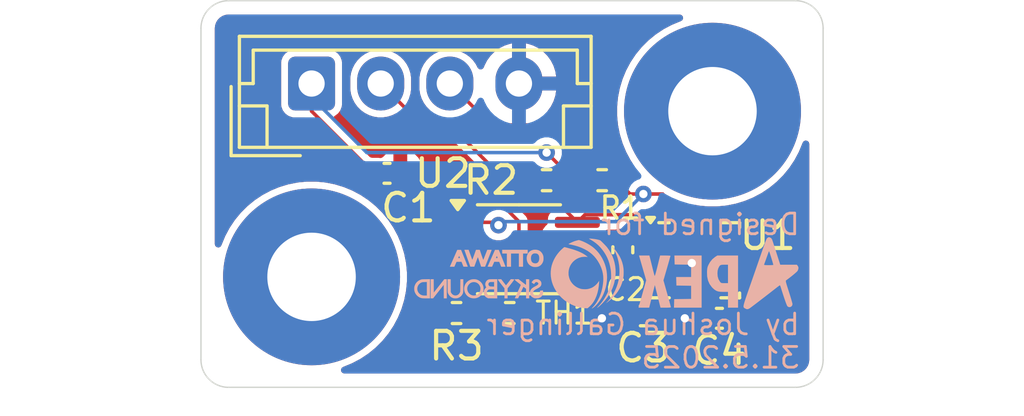
<source format=kicad_pcb>
(kicad_pcb (version 20241229) (generator "pcbnew") (generator_version "9.0")
  (layers (0 "F.Cu" signal) (2 "B.Cu" signal) (13 "F.Paste" user) (15 "B.Paste" user) (5 "F.SilkS" user "F.Silkscreen") (7 "B.SilkS" user "B.Silkscreen") (1 "F.Mask" user) (3 "B.Mask" user) (25 "Edge.Cuts" user))
  (net 0 "")
  (net 1 "+3.3V")
  (net 2 "Net-(U2-VIN)")
  (net 3 "/SNS_SDA")
  (net 4 "/SNS_SCL")
  (net 12 "GND")
  (footprint "Capacitor_SMD:C_0402_1005Metric" (layer "F.Cu") (at 111.25 87.5 180)
    (property "Reference" "C4" (at 0 -1.16 0) (layer "F.SilkS"))
    (property "Value" "0.1uF")
    (pad "1" smd roundrect (at -0.48 0 180) (size 0.56 0.62) (layers "F.Cu" "F.Mask" "F.Paste") (net 1 "+3.3V"))
    (pad "2" smd roundrect (at 0.48 0 180) (size 0.56 0.62) (layers "F.Cu" "F.Mask" "F.Paste") (net 12 "GND"))
  )
  (footprint "Resistor_SMD:R_0402_1005Metric" (layer "F.Cu") (at 103.667096 87.310217)
    (property "Reference" "TH1" (at 1.96362 0 0) (layer "F.SilkS") (effects (font (size 0.8 0.75) (thickness 0.11))))
    (property "Value" "10k")
    (pad "1" smd roundrect (at -0.51 0) (size 0.54 0.64) (layers "F.Cu" "F.Mask" "F.Paste") (net 2 "Net-(U2-VIN)"))
    (pad "2" smd roundrect (at 0.51 0) (size 0.54 0.64) (layers "F.Cu" "F.Mask" "F.Paste") (net 1 "+3.3V"))
  )
  (footprint "Resistor_SMD:R_0402_1005Metric" (layer "F.Cu") (at 107.01 82.5 180)
    (property "Reference" "R1" (at -0.655898 -1.007454 180) (layer "F.SilkS") (effects (font (size 0.8 0.75) (thickness 0.125))))
    (property "Value" "4k7")
    (pad "1" smd roundrect (at -0.51 0 180) (size 0.54 0.64) (layers "F.Cu" "F.Mask" "F.Paste") (net 4 "/SNS_SCL"))
    (pad "2" smd roundrect (at 0.51 0 180) (size 0.54 0.64) (layers "F.Cu" "F.Mask" "F.Paste") (net 1 "+3.3V"))
  )
  (footprint "Package_SO:MSOP-8_3x3mm_P0.65mm" (layer "F.Cu") (at 104 85)
    (property "Reference" "U2" (at -2.75 -2.75 0) (layer "F.SilkS"))
    (property "Value" "ADC081C021CIMM")
    (pad "1" smd roundrect (at -2.1125 -0.975) (size 1.625 0.4) (layers "F.Cu" "F.Mask" "F.Paste") (net 4 "/SNS_SCL"))
    (pad "2" smd roundrect (at -2.1125 -0.325) (size 1.625 0.4) (layers "F.Cu" "F.Mask" "F.Paste"))
    (pad "3" smd roundrect (at -2.1125 0.325) (size 1.625 0.4) (layers "F.Cu" "F.Mask" "F.Paste"))
    (pad "4" smd roundrect (at -2.1125 0.975) (size 1.625 0.4) (layers "F.Cu" "F.Mask" "F.Paste") (net 2 "Net-(U2-VIN)"))
    (pad "5" smd roundrect (at 2.1125 0.975) (size 1.625 0.4) (layers "F.Cu" "F.Mask" "F.Paste") (net 1 "+3.3V"))
    (pad "6" smd roundrect (at 2.1125 0.325) (size 1.625 0.4) (layers "F.Cu" "F.Mask" "F.Paste"))
    (pad "7" smd roundrect (at 2.1125 -0.325) (size 1.625 0.4) (layers "F.Cu" "F.Mask" "F.Paste") (net 12 "GND"))
    (pad "8" smd roundrect (at 2.1125 -0.975) (size 1.625 0.4) (layers "F.Cu" "F.Mask" "F.Paste") (net 3 "/SNS_SDA"))
  )
  (footprint "Resistor_SMD:R_0402_1005Metric" (layer "F.Cu") (at 101.742644 87.310217)
    (property "Reference" "R3" (at 0 1.189783 0) (layer "F.SilkS"))
    (property "Value" "100k")
    (pad "1" smd roundrect (at -0.51 0) (size 0.54 0.64) (layers "F.Cu" "F.Mask" "F.Paste") (net 12 "GND"))
    (pad "2" smd roundrect (at 0.51 0) (size 0.54 0.64) (layers "F.Cu" "F.Mask" "F.Paste") (net 2 "Net-(U2-VIN)"))
  )
  (footprint "Connector_JST:JST_EH_B4B-EH-A_1x04_P2.50mm_Vertical" (layer "F.Cu") (at 96.5 79)
    (property "Reference" "J1" (hide yes))
    (property "Value" "Conn_Sensors")
    (pad "1" thru_hole roundrect (at 0 0) (size 1.7 1.95) (drill 0.95) (layers "*.Cu" "*.Mask") (roundrect_rratio 0.147059) (net 1 "+3.3V"))
    (pad "2" thru_hole oval (at 2.5 0) (size 1.7 1.95) (drill 0.95) (layers "*.Cu" "*.Mask") (net 3 "/SNS_SDA"))
    (pad "3" thru_hole oval (at 5 0) (size 1.7 1.95) (drill 0.95) (layers "*.Cu" "*.Mask") (net 4 "/SNS_SCL"))
    (pad "4" thru_hole oval (at 7.5 0) (size 1.7 1.95) (drill 0.95) (layers "*.Cu" "*.Mask") (net 12 "GND"))
  )
  (footprint "MountingHole:MountingHole_3.2mm_M3_Pad" (layer "F.Cu") (at 96.5 86)
    (property "Reference" "REF**" (hide yes))
    (property "Value" "MountingHole_3.2mm_M3_Pad")
    (pad "1" thru_hole circle (at 0 0) (size 6.4 6.4) (drill 3.2) (layers "*.Cu" "*.Mask"))
  )
  (footprint "Capacitor_SMD:C_0402_1005Metric" (layer "F.Cu") (at 107.756866 85.02 -90)
    (property "Reference" "C2" (at 1.440608 -0.109756 0) (layer "F.SilkS") (effects (font (size 0.8 0.75) (thickness 0.11))))
    (property "Value" "0.1uF")
    (pad "1" smd roundrect (at -0.48 0 270) (size 0.56 0.62) (layers "F.Cu" "F.Mask" "F.Paste") (net 12 "GND"))
    (pad "2" smd roundrect (at 0.48 0 270) (size 0.56 0.62) (layers "F.Cu" "F.Mask" "F.Paste") (net 1 "+3.3V"))
  )
  (footprint "Package_LGA:LGA-14_3x2.5mm_P0.5mm_LayoutBorder3x4y" (layer "F.Cu") (at 110.369419 85.3984)
    (property "Reference" "U1" (at 2.630581 -0.8984 0) (layer "F.SilkS"))
    (property "Value" "LSM6DSM")
    (pad "1" smd roundrect (at -1.1625 -0.75) (size 0.625 0.35) (layers "F.Cu" "F.Mask" "F.Paste") (net 1 "+3.3V"))
    (pad "2" smd roundrect (at -1.1625 -0.25) (size 0.625 0.35) (layers "F.Cu" "F.Mask" "F.Paste") (net 12 "GND"))
    (pad "3" smd roundrect (at -1.1625 0.25) (size 0.625 0.35) (layers "F.Cu" "F.Mask" "F.Paste") (net 12 "GND"))
    (pad "4" smd roundrect (at -1.1625 0.75) (size 0.625 0.35) (layers "F.Cu" "F.Mask" "F.Paste"))
    (pad "5" smd roundrect (at -0.5 0.9125) (size 0.35 0.625) (layers "F.Cu" "F.Mask" "F.Paste") (net 1 "+3.3V"))
    (pad "6" smd roundrect (at 0 0.9125) (size 0.35 0.625) (layers "F.Cu" "F.Mask" "F.Paste") (net 12 "GND"))
    (pad "7" smd roundrect (at 0.5 0.9125) (size 0.35 0.625) (layers "F.Cu" "F.Mask" "F.Paste") (net 12 "GND"))
    (pad "8" smd roundrect (at 1.1625 0.75) (size 0.625 0.35) (layers "F.Cu" "F.Mask" "F.Paste") (net 1 "+3.3V"))
    (pad "9" smd roundrect (at 1.1625 0.25) (size 0.625 0.35) (layers "F.Cu" "F.Mask" "F.Paste"))
    (pad "10" smd roundrect (at 1.1625 -0.25) (size 0.625 0.35) (layers "F.Cu" "F.Mask" "F.Paste"))
    (pad "11" smd roundrect (at 1.1625 -0.75) (size 0.625 0.35) (layers "F.Cu" "F.Mask" "F.Paste"))
    (pad "12" smd roundrect (at 0.5 -0.9125) (size 0.35 0.625) (layers "F.Cu" "F.Mask" "F.Paste") (net 1 "+3.3V"))
    (pad "13" smd roundrect (at 0 -0.9125) (size 0.35 0.625) (layers "F.Cu" "F.Mask" "F.Paste") (net 4 "/SNS_SCL"))
    (pad "14" smd roundrect (at -0.5 -0.9125) (size 0.35 0.625) (layers "F.Cu" "F.Mask" "F.Paste") (net 3 "/SNS_SDA"))
  )
  (footprint "Resistor_SMD:R_0402_1005Metric" (layer "F.Cu") (at 105 82.5)
    (property "Reference" "R2" (at -2.01 0 0) (layer "F.SilkS"))
    (property "Value" "4k7")
    (pad "1" smd roundrect (at -0.51 0) (size 0.54 0.64) (layers "F.Cu" "F.Mask" "F.Paste") (net 3 "/SNS_SDA"))
    (pad "2" smd roundrect (at 0.51 0) (size 0.54 0.64) (layers "F.Cu" "F.Mask" "F.Paste") (net 1 "+3.3V"))
  )
  (footprint "MountingHole:MountingHole_3.2mm_M3_Pad" (layer "F.Cu") (at 111 80)
    (property "Reference" "REF**" (hide yes))
    (property "Value" "MountingHole_3.2mm_M3_Pad")
    (pad "1" thru_hole circle (at 0 0) (size 6.4 6.4) (drill 3.2) (layers "*.Cu" "*.Mask"))
  )
  (footprint "Capacitor_SMD:C_0402_1005Metric" (layer "F.Cu") (at 108.5 87.410901 180)
    (property "Reference" "C3" (at 0 -1.16 0) (layer "F.SilkS"))
    (property "Value" "0.1uF")
    (pad "1" smd roundrect (at -0.48 0 180) (size 0.56 0.62) (layers "F.Cu" "F.Mask" "F.Paste") (net 1 "+3.3V"))
    (pad "2" smd roundrect (at 0.48 0 180) (size 0.56 0.62) (layers "F.Cu" "F.Mask" "F.Paste") (net 12 "GND"))
  )
  (footprint "Capacitor_SMD:C_0402_1005Metric" (layer "F.Cu") (at 99.23 82.25)
    (property "Reference" "C1" (at 0.77 1.25 0) (layer "F.SilkS"))
    (property "Value" "10uF")
    (pad "1" smd roundrect (at -0.48 0) (size 0.56 0.62) (layers "F.Cu" "F.Mask" "F.Paste") (net 1 "+3.3V"))
    (pad "2" smd roundrect (at 0.48 0) (size 0.56 0.62) (layers "F.Cu" "F.Mask" "F.Paste") (net 12 "GND"))
  )
  (footprint "Silkscreen:ApexLogo" (layer "B.Cu") (at 110 85.5 180)
    (property "Reference" "G***" (hide yes))
    (property "Value" "LOGO" (hide yes))
  )
  (footprint "Silkscreen:TeamLogo" (layer "B.Cu") (at 103.610818 87.136824 180)
    (property "Reference" "G***" (hide yes))
    (property "Value" "LOGO" (hide yes))
  )
  (gr_line (start 93.5 76) (end 114 76) (stroke (width 0.05)) (layer "Edge.Cuts"))
  (gr_arc (start 92.5 77) (mid 92.792893 76.292893) (end 93.5 76) (stroke (width 0.05)) (layer "Edge.Cuts"))
  (gr_line (start 92.5 89) (end 92.5 77) (stroke (width 0.05)) (layer "Edge.Cuts"))
  (gr_arc (start 115 89) (mid 114.707107 89.707107) (end 114 90) (stroke (width 0.05)) (layer "Edge.Cuts"))
  (gr_line (start 115 77) (end 115 89) (stroke (width 0.05)) (layer "Edge.Cuts"))
  (gr_line (start 114 90) (end 93.5 90) (stroke (width 0.05)) (layer "Edge.Cuts"))
  (gr_arc (start 93.5 90) (mid 92.792893 89.707107) (end 92.5 89) (stroke (width 0.05)) (layer "Edge.Cuts"))
  (gr_arc (start 114 76) (mid 114.707107 76.292893) (end 115 77) (stroke (width 0.05)) (layer "Edge.Cuts"))
  (gr_text "Designed for\n\n\nby Joshua Gallinger\n31.5.2025" (at 114.216273 89.366699 0) (layer "B.SilkS") (effects (font (size 0.75 0.75) (thickness 0.1)) (justify left bottom mirror)))
  (segment (start 110.869419 84.4859) (end 111.146419 84.2089) (width 0.127) (layer "F.Cu") (net 1))
  (segment (start 109.206919 84.6484) (end 108.608466 84.6484) (width 0.127) (layer "F.Cu") (net 1))
  (segment (start 103.5 83.5) (end 100 83.5) (width 0.127) (layer "F.Cu") (net 1))
  (segment (start 108.98 87.200319) (end 108.98 87.410901) (width 0.127) (layer "F.Cu") (net 1))
  (segment (start 108.98 88.02) (end 108.98 87.410901) (width 0.127) (layer "F.Cu") (net 1))
  (segment (start 111.73 86.346481) (end 111.531919 86.1484) (width 0.127) (layer "F.Cu") (net 1))
  (segment (start 108.202919 85.5) (end 107.756866 85.5) (width 0.127) (layer "F.Cu") (net 1))
  (segment (start 105.366879 88.5) (end 104.177096 87.310217) (width 0.127) (layer "F.Cu") (net 1))
  (segment (start 104 85.5) (end 104 84) (width 0.127) (layer "F.Cu") (net 1))
  (segment (start 105.51 82.5) (end 105.51 82.01) (width 0.127) (layer "F.Cu") (net 1))
  (segment (start 108.5 88.5) (end 105.366879 88.5) (width 0.127) (layer "F.Cu") (net 1))
  (segment (start 107.281866 85.975) (end 106.1125 85.975) (width 0.127) (layer "F.Cu") (net 1))
  (segment (start 110.98 88.25) (end 111.818114 87.411886) (width 0.127) (layer "F.Cu") (net 1))
  (segment (start 112.5 84.75) (end 112.5 86.73) (width 0.127) (layer "F.Cu") (net 1))
  (segment (start 109.819099 88.25) (end 110.98 88.25) (width 0.127) (layer "F.Cu") (net 1))
  (segment (start 108.98 87.410901) (end 108.5 86.930901) (width 0.127) (layer "F.Cu") (net 1))
  (segment (start 96.5 80) (end 96.5 79) (width 0.127) (layer "F.Cu") (net 1))
  (segment (start 111.818114 87.4099) (end 111.73 87.321786) (width 0.127) (layer "F.Cu") (net 1))
  (segment (start 111.146419 84.2089) (end 111.9589 84.2089) (width 0.127) (layer "F.Cu") (net 1))
  (segment (start 104 84) (end 103.5 83.5) (width 0.127) (layer "F.Cu") (net 1))
  (segment (start 108.5 86.930901) (end 108.5 85.797081) (width 0.127) (layer "F.Cu") (net 1))
  (segment (start 109.869419 86.3109) (end 108.98 87.200319) (width 0.127) (layer "F.Cu") (net 1))
  (segment (start 108.5 85.797081) (end 108.202919 85.5) (width 0.127) (layer "F.Cu") (net 1))
  (segment (start 106.1125 85.975) (end 104.475 85.975) (width 0.127) (layer "F.Cu") (net 1))
  (segment (start 108.608466 84.6484) (end 107.756866 85.5) (width 0.127) (layer "F.Cu") (net 1))
  (segment (start 112.5 86.73) (end 111.73 87.5) (width 0.127) (layer "F.Cu") (net 1))
  (segment (start 111.73 87.321786) (end 111.73 86.346481) (width 0.127) (layer "F.Cu") (net 1))
  (segment (start 105.51 82.5) (end 106.5 82.5) (width 0.127) (layer "F.Cu") (net 1))
  (segment (start 108.5 88.5) (end 108.98 88.02) (width 0.127) (layer "F.Cu") (net 1))
  (segment (start 111.818114 87.411886) (end 111.818114 87.4099) (width 0.127) (layer "F.Cu") (net 1))
  (segment (start 104.475 85.975) (end 104 85.5) (width 0.127) (layer "F.Cu") (net 1))
  (segment (start 107.756866 85.5) (end 107.281866 85.975) (width 0.127) (layer "F.Cu") (net 1))
  (segment (start 111.818114 87.4099) (end 111.818114 87.681886) (width 0.127) (layer "F.Cu") (net 1))
  (segment (start 105.51 82.01) (end 105 81.5) (width 0.127) (layer "F.Cu") (net 1))
  (segment (start 100 83.5) (end 96.5 80) (width 0.127) (layer "F.Cu") (net 1))
  (segment (start 108.98 87.410901) (end 109.819099 88.25) (width 0.127) (layer "F.Cu") (net 1))
  (segment (start 111.9589 84.2089) (end 112.5 84.75) (width 0.127) (layer "F.Cu") (net 1))
  (via (at 105 81.5) (size 0.6) (drill 0.3) (layers "F.Cu" "B.Cu") (net 1))
  (segment (start 96.5 79.5) (end 96.5 79) (width 0.127) (layer "B.Cu") (net 1))
  (segment (start 105 81.5) (end 98.5 81.5) (width 0.127) (layer "B.Cu") (net 1))
  (segment (start 98.5 81.5) (end 96.5 79.5) (width 0.127) (layer "B.Cu") (net 1))
  (segment (start 103.157096 87.310217) (end 102.252644 87.310217) (width 0.127) (layer "F.Cu") (net 2))
  (segment (start 102.252644 87.310217) (end 102.252644 86.340144) (width 0.127) (layer "F.Cu") (net 2))
  (segment (start 102.252644 86.340144) (end 101.8875 85.975) (width 0.127) (layer "F.Cu") (net 2))
  (segment (start 106.1125 84.025) (end 104.5875 82.5) (width 0.127) (layer "F.Cu") (net 3))
  (segment (start 100.5 80.5) (end 99 79) (width 0.127) (layer "F.Cu") (net 3))
  (segment (start 109.869419 84.4859) (end 109.133519 83.75) (width 0.127) (layer "F.Cu") (net 3))
  (segment (start 103.5 82.5) (end 101.5 80.5) (width 0.127) (layer "F.Cu") (net 3))
  (segment (start 104.5875 82.5) (end 104.49 82.5) (width 0.127) (layer "F.Cu") (net 3))
  (segment (start 106.3875 83.75) (end 106.1125 84.025) (width 0.127) (layer "F.Cu") (net 3))
  (segment (start 109.133519 83.75) (end 106.3875 83.75) (width 0.127) (layer "F.Cu") (net 3))
  (segment (start 101.5 80.5) (end 100.5 80.5) (width 0.127) (layer "F.Cu") (net 3))
  (segment (start 104.49 82.5) (end 103.5 82.5) (width 0.127) (layer "F.Cu") (net 3))
  (segment (start 108.5 83) (end 108.02 83) (width 0.127) (layer "F.Cu") (net 4))
  (segment (start 107.52 82.5) (end 105.52 80.5) (width 0.127) (layer "F.Cu") (net 4))
  (segment (start 108.02 83) (end 107.52 82.5) (width 0.127) (layer "F.Cu") (net 4))
  (segment (start 103.157378 84.025) (end 103.259439 84.127061) (width 0.127) (layer "F.Cu") (net 4))
  (segment (start 103 80.5) (end 101.5 79) (width 0.127) (layer "F.Cu") (net 4))
  (segment (start 110.369419 84.4859) (end 110.369419 84.173401) (width 0.127) (layer "F.Cu") (net 4))
  (segment (start 110.369419 84.173401) (end 109.196018 83) (width 0.127) (layer "F.Cu") (net 4))
  (segment (start 109.196018 83) (end 108.5 83) (width 0.127) (layer "F.Cu") (net 4))
  (segment (start 101.8875 84.025) (end 103.157378 84.025) (width 0.127) (layer "F.Cu") (net 4))
  (segment (start 105.52 80.5) (end 103 80.5) (width 0.127) (layer "F.Cu") (net 4))
  (via (at 103.259439 84.127061) (size 0.6) (drill 0.3) (layers "F.Cu" "B.Cu") (net 4))
  (via (at 108.5 83) (size 0.6) (drill 0.3) (layers "F.Cu" "B.Cu") (net 4))
  (segment (start 107.5 84) (end 103.3865 84) (width 0.127) (layer "B.Cu") (net 4))
  (segment (start 108.5 83) (end 107.5 84) (width 0.127) (layer "B.Cu") (net 4))
  (segment (start 103.3865 84) (end 103.259439 84.127061) (width 0.127) (layer "B.Cu") (net 4))
  (segment (start 110.369419 86.921205) (end 110.858114 87.4099) (width 0.127) (layer "F.Cu") (net 12))
  (segment (start 109.75 85.5) (end 109.355319 85.5) (width 0.127) (layer "F.Cu") (net 12))
  (segment (start 109.558519 85.5) (end 109.75 85.5) (width 0.127) (layer "F.Cu") (net 12))
  (segment (start 110.25 85.5) (end 109.75 85.5) (width 0.127) (layer "F.Cu") (net 12))
  (segment (start 110.369419 86.3109) (end 110.369419 86.921205) (width 0.127) (layer "F.Cu") (net 12))
  (segment (start 109.206919 85.1484) (end 109.558519 85.5) (width 0.127) (layer "F.Cu") (net 12))
  (segment (start 110.369419 86.3109) (end 110.869419 86.3109) (width 0.127) (layer "F.Cu") (net 12))
  (segment (start 109.355319 85.5) (end 109.206919 85.6484) (width 0.127) (layer "F.Cu") (net 12))
  (segment (start 107.621866 84.675) (end 107.756866 84.54) (width 0.127) (layer "F.Cu") (net 12))
  (via (at 107 87.5) (size 0.6) (drill 0.3) (layers "F.Cu" "B.Cu") (net 12))
  (via (at 110.25 85.5) (size 0.6) (drill 0.3) (layers "F.Cu" "B.Cu") (net 12))
  (via (at 110 87.5) (size 0.6) (drill 0.3) (layers "F.Cu" "B.Cu") (net 12))
  (zone (net 12) (net_name "GND") (layers "F.Cu" "B.Cu") (connect_pads (clearance 0.25)) (min_thickness 0.25) (fill yes (thermal_gap 0.5) (thermal_bridge_width 0.5))
    (polygon (pts (xy 92.5 76) (xy 92.5 90) (xy 115 90) (xy 115 76)))
  )
)
</source>
